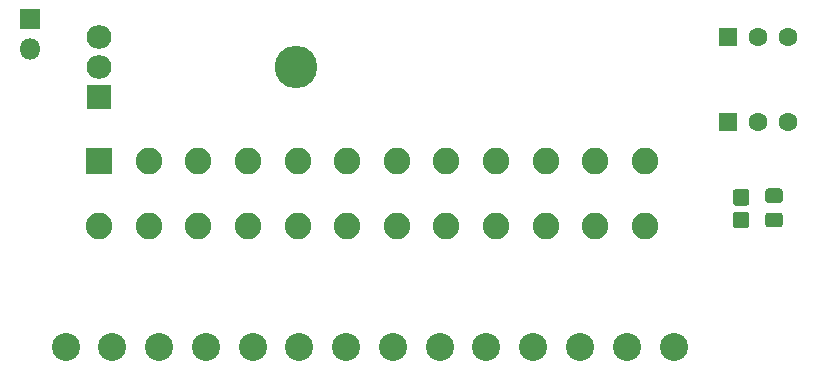
<source format=gbr>
%TF.GenerationSoftware,KiCad,Pcbnew,(5.1.6)-1*%
%TF.CreationDate,2022-09-15T12:09:31-04:00*%
%TF.ProjectId,Amiga-2000-ATX,416d6967-612d-4323-9030-302d4154582e,rev?*%
%TF.SameCoordinates,Original*%
%TF.FileFunction,Soldermask,Top*%
%TF.FilePolarity,Negative*%
%FSLAX46Y46*%
G04 Gerber Fmt 4.6, Leading zero omitted, Abs format (unit mm)*
G04 Created by KiCad (PCBNEW (5.1.6)-1) date 2022-09-15 12:09:31*
%MOMM*%
%LPD*%
G01*
G04 APERTURE LIST*
%ADD10C,2.380000*%
%ADD11R,2.250000X2.250000*%
%ADD12C,2.250000*%
%ADD13C,1.600000*%
%ADD14R,1.600000X1.600000*%
%ADD15R,1.800000X1.800000*%
%ADD16O,1.800000X1.800000*%
%ADD17O,3.600000X3.600000*%
%ADD18R,2.100000X2.005000*%
%ADD19O,2.100000X2.005000*%
G04 APERTURE END LIST*
%TO.C,D1*%
G36*
G01*
X183691769Y-61819500D02*
X182830231Y-61819500D01*
G75*
G02*
X182561000Y-61550269I0J269231D01*
G01*
X182561000Y-60663731D01*
G75*
G02*
X182830231Y-60394500I269231J0D01*
G01*
X183691769Y-60394500D01*
G75*
G02*
X183961000Y-60663731I0J-269231D01*
G01*
X183961000Y-61550269D01*
G75*
G02*
X183691769Y-61819500I-269231J0D01*
G01*
G37*
G36*
G01*
X183691769Y-59894500D02*
X182830231Y-59894500D01*
G75*
G02*
X182561000Y-59625269I0J269231D01*
G01*
X182561000Y-58738731D01*
G75*
G02*
X182830231Y-58469500I269231J0D01*
G01*
X183691769Y-58469500D01*
G75*
G02*
X183961000Y-58738731I0J-269231D01*
G01*
X183961000Y-59625269D01*
G75*
G02*
X183691769Y-59894500I-269231J0D01*
G01*
G37*
%TD*%
D10*
%TO.C,J1*%
X177546000Y-71865001D03*
X173586000Y-71865001D03*
X169626000Y-71865001D03*
X165666000Y-71865001D03*
X161706000Y-71865001D03*
X157746000Y-71865001D03*
X133986000Y-71865001D03*
X137946000Y-71865001D03*
X153786000Y-71865001D03*
X141906000Y-71865001D03*
X149826000Y-71865001D03*
X145866000Y-71865001D03*
X130026000Y-71865001D03*
X126066000Y-71865001D03*
%TD*%
D11*
%TO.C,J2*%
X128905000Y-56134000D03*
D12*
X133105000Y-56134000D03*
X137305000Y-56134000D03*
X141505000Y-56134000D03*
X145705000Y-56134000D03*
X149905000Y-56134000D03*
X154105000Y-56134000D03*
X158305000Y-56134000D03*
X162505000Y-56134000D03*
X166705000Y-56134000D03*
X170905000Y-56134000D03*
X175105000Y-56134000D03*
X128905000Y-61634000D03*
X133105000Y-61634000D03*
X137305000Y-61634000D03*
X141505000Y-61634000D03*
X145705000Y-61634000D03*
X149905000Y-61634000D03*
X154105000Y-61634000D03*
X158305000Y-61634000D03*
X162505000Y-61634000D03*
X166705000Y-61634000D03*
X170905000Y-61634000D03*
X175105000Y-61634000D03*
%TD*%
D13*
%TO.C,J3*%
X187198000Y-45593000D03*
X184658000Y-45593000D03*
D14*
X182118000Y-45593000D03*
%TD*%
%TO.C,J4*%
X182118000Y-52832000D03*
D13*
X184658000Y-52832000D03*
X187198000Y-52832000D03*
%TD*%
D15*
%TO.C,PWRSW*%
X123063000Y-44069000D03*
D16*
X123063000Y-46609000D03*
%TD*%
%TO.C,R1*%
G36*
G01*
X185576738Y-58421000D02*
X186533262Y-58421000D01*
G75*
G02*
X186805000Y-58692738I0J-271738D01*
G01*
X186805000Y-59399262D01*
G75*
G02*
X186533262Y-59671000I-271738J0D01*
G01*
X185576738Y-59671000D01*
G75*
G02*
X185305000Y-59399262I0J271738D01*
G01*
X185305000Y-58692738D01*
G75*
G02*
X185576738Y-58421000I271738J0D01*
G01*
G37*
G36*
G01*
X185576738Y-60471000D02*
X186533262Y-60471000D01*
G75*
G02*
X186805000Y-60742738I0J-271738D01*
G01*
X186805000Y-61449262D01*
G75*
G02*
X186533262Y-61721000I-271738J0D01*
G01*
X185576738Y-61721000D01*
G75*
G02*
X185305000Y-61449262I0J271738D01*
G01*
X185305000Y-60742738D01*
G75*
G02*
X185576738Y-60471000I271738J0D01*
G01*
G37*
%TD*%
D17*
%TO.C,U1*%
X145565000Y-48133000D03*
D18*
X128905000Y-50673000D03*
D19*
X128905000Y-48133000D03*
X128905000Y-45593000D03*
%TD*%
M02*

</source>
